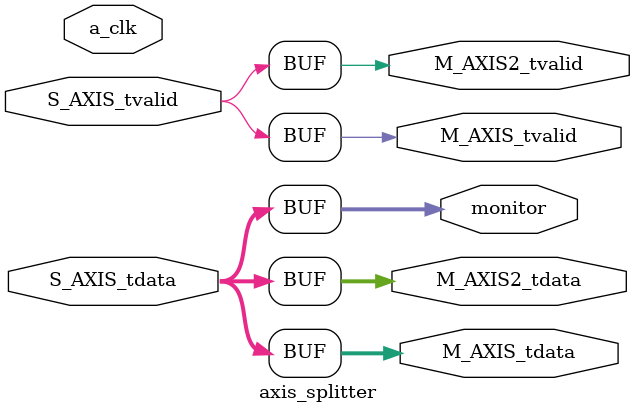
<source format=v>
`timescale 1ns / 1ps


module axis_splitter #(
    parameter SAXIS_TDATA_WIDTH = 32,
    parameter MAXIS_TDATA_WIDTH = 32
)
(
    // (* X_INTERFACE_PARAMETER = "FREQ_HZ 125000000" *)
    (* X_INTERFACE_PARAMETER = "ASSOCIATED_CLKEN a_clk" *)
    (* X_INTERFACE_PARAMETER = "ASSOCIATED_BUSIF S_AXIS:M_AXIS:M_AXIS2" *)
    input a_clk,
    
    input wire [SAXIS_TDATA_WIDTH-1:0]  S_AXIS_tdata,
    input wire                          S_AXIS_tvalid,
    output wire [MAXIS_TDATA_WIDTH-1:0] M_AXIS_tdata,
    output wire                         M_AXIS_tvalid,
    output wire [MAXIS_TDATA_WIDTH-1:0] M_AXIS2_tdata,
    output wire                         M_AXIS2_tvalid,
    output wire [MAXIS_TDATA_WIDTH-1:0] monitor
    );
    
    /*
    reg signed [SAXIS_TDATA_WIDTH-1:0] data_in;
    reg signed [MAXIS_TDATA_WIDTH-1:0] buffer;
     
    always @ (posedge a_clk)
    begin
        if (S_AXIS_tvalid)
        begin
            data_in   <= $signed(S_AXIS_tdata);
            if (SAXIS_TDATA_WIDTH < MAXIS_TDATA_WIDTH)
                buffer    <= data_in <<< (MAXIS_TDATA_WIDTH - SAXIS_TDATA_WIDTH);
            else
                buffer    <= data_in;
        end
        else
        begin
            buffer  <= 0;
        end
    end
    
    assign monitor = buffer;
    assign M_AXIS_tdata  = buffer;
    assign M_AXIS_tvalid = S_AXIS_tvalid;
    assign M_AXIS2_tdata  = buffer;
    assign M_AXIS2_tvalid = S_AXIS_tvalid;
    */
    
    // ROUNDING down - -consider for DAC
    // Consider, if you have a data values i_data coming in with IWID (input width) bits, and you want to create a data value with OWID bits, why not just grab the top OWID bits?
    // assign	w_tozero = i_data[(IWID-1):0] + { {(OWID){1'b0}}, i_data[(IWID-1)], {(IWID-OWID-1){!i_data[(IWID-1)]}}};
    // assign monitor = S_AXIS_tdata[SAXIS_TDATA_WIDTH-1:0] + { {(MAXIS_TDATA_WIDTH){1'b0}}, S_AXIS_tdata[SAXIS_TDATA_WIDTH-1], {(SAXIS_TDATA_WIDTH-MAXIS_TDATA_WIDTH-1){!S_AXIS_tdata[SAXIS_TDATA_WIDTH-1]}}};
    
    // EXPAND / COPY:
    assign monitor = {{S_AXIS_tdata[SAXIS_TDATA_WIDTH-1:0]}, {(MAXIS_TDATA_WIDTH-SAXIS_TDATA_WIDTH){1'b0}}};
    assign M_AXIS_tdata  = {{S_AXIS_tdata[SAXIS_TDATA_WIDTH-1:0]}, {(MAXIS_TDATA_WIDTH-SAXIS_TDATA_WIDTH){1'b0}}};
    assign M_AXIS_tvalid = S_AXIS_tvalid;
    assign M_AXIS2_tdata  = {{S_AXIS_tdata[SAXIS_TDATA_WIDTH-1:0]}, {(MAXIS_TDATA_WIDTH-SAXIS_TDATA_WIDTH){1'b0}}};
    assign M_AXIS2_tvalid = S_AXIS_tvalid;
    
    
    
endmodule

</source>
